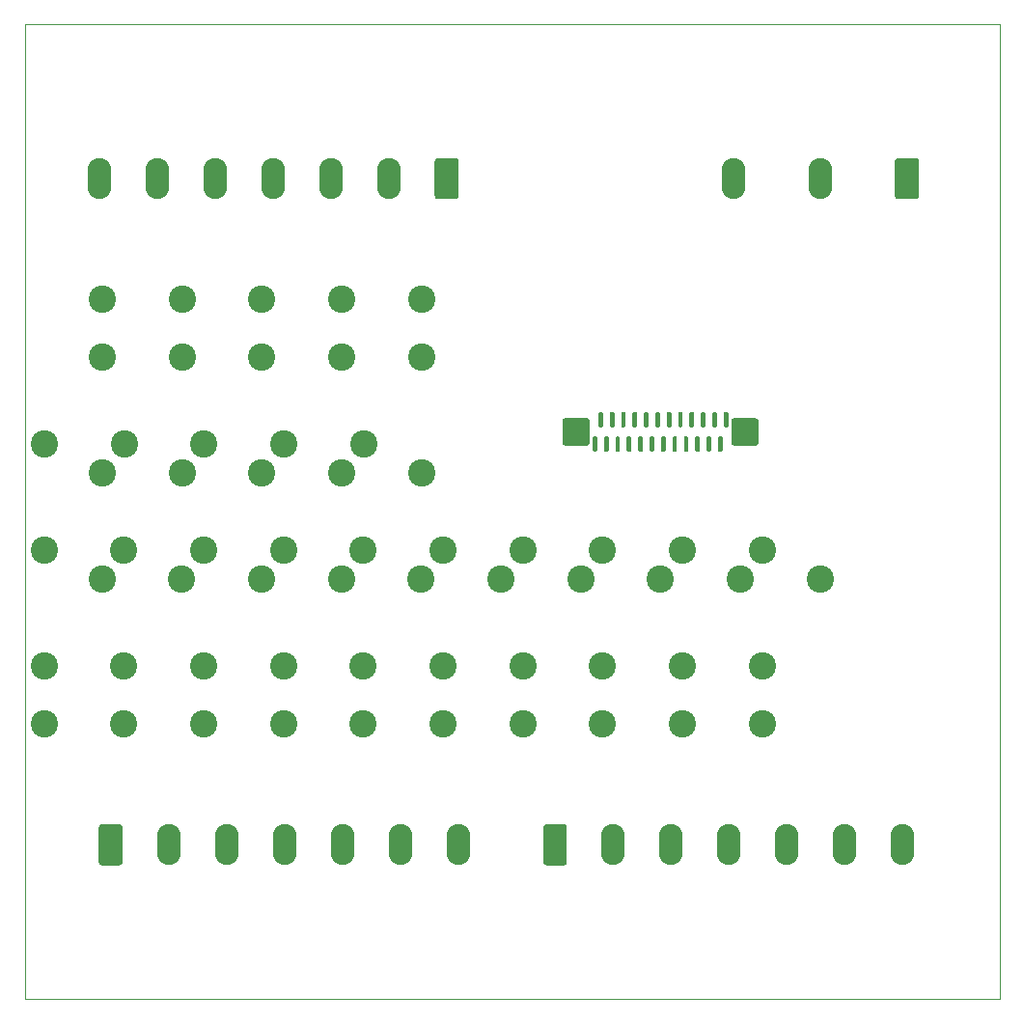
<source format=gbr>
G04 #@! TF.GenerationSoftware,KiCad,Pcbnew,6.0.10+dfsg-1~bpo11+1*
G04 #@! TF.ProjectId,project,70726f6a-6563-4742-9e6b-696361645f70,rev?*
G04 #@! TF.SameCoordinates,Original*
G04 #@! TF.FileFunction,Soldermask,Top*
G04 #@! TF.FilePolarity,Negative*
%FSLAX46Y46*%
G04 Gerber Fmt 4.6, Leading zero omitted, Abs format (unit mm)*
%MOMM*%
%LPD*%
G01*
G04 APERTURE LIST*
G04 #@! TA.AperFunction,Profile*
%ADD10C,0.100000*%
G04 #@! TD*
%ADD11C,2.400000*%
%ADD12O,2.080000X3.600000*%
%ADD13O,2.100000X3.600000*%
G04 APERTURE END LIST*
D10*
X211012500Y-48287500D02*
X211012500Y-133787500D01*
X211012500Y-133787500D02*
X125512500Y-133787500D01*
X125512500Y-48287500D02*
X211012500Y-48287500D01*
X125512500Y-133787500D02*
X125512500Y-48287500D01*
D11*
X132302500Y-87667500D03*
X132302500Y-77507500D03*
X132302500Y-72427500D03*
X127222500Y-85127500D03*
X148182500Y-94412500D03*
X148182500Y-104572500D03*
X148182500Y-109652500D03*
X153262500Y-96952500D03*
G36*
G01*
X131982500Y-121810001D02*
X131982500Y-118709999D01*
G75*
G02*
X132232499Y-118460000I249999J0D01*
G01*
X133812501Y-118460000D01*
G75*
G02*
X134062500Y-118709999I0J-249999D01*
G01*
X134062500Y-121810001D01*
G75*
G02*
X133812501Y-122060000I-249999J0D01*
G01*
X132232499Y-122060000D01*
G75*
G02*
X131982500Y-121810001I0J249999D01*
G01*
G37*
D12*
X138102500Y-120260000D03*
X143182500Y-120260000D03*
X148262500Y-120260000D03*
X153342500Y-120260000D03*
X158422500Y-120260000D03*
X163502500Y-120260000D03*
G36*
G01*
X203932500Y-60265001D02*
X203932500Y-63364999D01*
G75*
G02*
X203682499Y-63615000I-250001J0D01*
G01*
X202082501Y-63615000D01*
G75*
G02*
X201832500Y-63364999I0J250001D01*
G01*
X201832500Y-60265001D01*
G75*
G02*
X202082501Y-60015000I250001J0D01*
G01*
X203682499Y-60015000D01*
G75*
G02*
X203932500Y-60265001I0J-250001D01*
G01*
G37*
D13*
X195262500Y-61815000D03*
X187642500Y-61815000D03*
D11*
X141182500Y-94412500D03*
X141182500Y-104572500D03*
X141182500Y-109652500D03*
X146262500Y-96952500D03*
X176182500Y-94412500D03*
X176182500Y-104572500D03*
X176182500Y-109652500D03*
X181262500Y-96952500D03*
X153302500Y-87667500D03*
X153302500Y-77507500D03*
X153302500Y-72427500D03*
X148222500Y-85127500D03*
X127182500Y-94412500D03*
X127182500Y-104572500D03*
X127182500Y-109652500D03*
X132262500Y-96952500D03*
X155182500Y-94412500D03*
X155182500Y-104572500D03*
X155182500Y-109652500D03*
X160262500Y-96952500D03*
G36*
G01*
X163542500Y-60264999D02*
X163542500Y-63365001D01*
G75*
G02*
X163292501Y-63615000I-249999J0D01*
G01*
X161712499Y-63615000D01*
G75*
G02*
X161462500Y-63365001I0J249999D01*
G01*
X161462500Y-60264999D01*
G75*
G02*
X161712499Y-60015000I249999J0D01*
G01*
X163292501Y-60015000D01*
G75*
G02*
X163542500Y-60264999I0J-249999D01*
G01*
G37*
D12*
X157422500Y-61815000D03*
X152342500Y-61815000D03*
X147262500Y-61815000D03*
X142182500Y-61815000D03*
X137102500Y-61815000D03*
X132022500Y-61815000D03*
D11*
X169182500Y-94412500D03*
X169182500Y-104572500D03*
X169182500Y-109652500D03*
X174262500Y-96952500D03*
G36*
G01*
X175712500Y-84537500D02*
X175712500Y-85687500D01*
G75*
G02*
X175612500Y-85787500I-100000J0D01*
G01*
X175412500Y-85787500D01*
G75*
G02*
X175312500Y-85687500I0J100000D01*
G01*
X175312500Y-84537500D01*
G75*
G02*
X175412500Y-84437500I100000J0D01*
G01*
X175612500Y-84437500D01*
G75*
G02*
X175712500Y-84537500I0J-100000D01*
G01*
G37*
G36*
G01*
X176212500Y-82387500D02*
X176212500Y-83537500D01*
G75*
G02*
X176112500Y-83637500I-100000J0D01*
G01*
X175912500Y-83637500D01*
G75*
G02*
X175812500Y-83537500I0J100000D01*
G01*
X175812500Y-82387500D01*
G75*
G02*
X175912500Y-82287500I100000J0D01*
G01*
X176112500Y-82287500D01*
G75*
G02*
X176212500Y-82387500I0J-100000D01*
G01*
G37*
G36*
G01*
X176712500Y-84537500D02*
X176712500Y-85687500D01*
G75*
G02*
X176612500Y-85787500I-100000J0D01*
G01*
X176412500Y-85787500D01*
G75*
G02*
X176312500Y-85687500I0J100000D01*
G01*
X176312500Y-84537500D01*
G75*
G02*
X176412500Y-84437500I100000J0D01*
G01*
X176612500Y-84437500D01*
G75*
G02*
X176712500Y-84537500I0J-100000D01*
G01*
G37*
G36*
G01*
X177212500Y-82387500D02*
X177212500Y-83537500D01*
G75*
G02*
X177112500Y-83637500I-100000J0D01*
G01*
X176912500Y-83637500D01*
G75*
G02*
X176812500Y-83537500I0J100000D01*
G01*
X176812500Y-82387500D01*
G75*
G02*
X176912500Y-82287500I100000J0D01*
G01*
X177112500Y-82287500D01*
G75*
G02*
X177212500Y-82387500I0J-100000D01*
G01*
G37*
G36*
G01*
X177712500Y-84537500D02*
X177712500Y-85687500D01*
G75*
G02*
X177612500Y-85787500I-100000J0D01*
G01*
X177412500Y-85787500D01*
G75*
G02*
X177312500Y-85687500I0J100000D01*
G01*
X177312500Y-84537500D01*
G75*
G02*
X177412500Y-84437500I100000J0D01*
G01*
X177612500Y-84437500D01*
G75*
G02*
X177712500Y-84537500I0J-100000D01*
G01*
G37*
G36*
G01*
X178212500Y-82387500D02*
X178212500Y-83537500D01*
G75*
G02*
X178112500Y-83637500I-100000J0D01*
G01*
X177912500Y-83637500D01*
G75*
G02*
X177812500Y-83537500I0J100000D01*
G01*
X177812500Y-82387500D01*
G75*
G02*
X177912500Y-82287500I100000J0D01*
G01*
X178112500Y-82287500D01*
G75*
G02*
X178212500Y-82387500I0J-100000D01*
G01*
G37*
G36*
G01*
X178712500Y-84537500D02*
X178712500Y-85687500D01*
G75*
G02*
X178612500Y-85787500I-100000J0D01*
G01*
X178412500Y-85787500D01*
G75*
G02*
X178312500Y-85687500I0J100000D01*
G01*
X178312500Y-84537500D01*
G75*
G02*
X178412500Y-84437500I100000J0D01*
G01*
X178612500Y-84437500D01*
G75*
G02*
X178712500Y-84537500I0J-100000D01*
G01*
G37*
G36*
G01*
X179212500Y-82387500D02*
X179212500Y-83537500D01*
G75*
G02*
X179112500Y-83637500I-100000J0D01*
G01*
X178912500Y-83637500D01*
G75*
G02*
X178812500Y-83537500I0J100000D01*
G01*
X178812500Y-82387500D01*
G75*
G02*
X178912500Y-82287500I100000J0D01*
G01*
X179112500Y-82287500D01*
G75*
G02*
X179212500Y-82387500I0J-100000D01*
G01*
G37*
G36*
G01*
X179712500Y-84537500D02*
X179712500Y-85687500D01*
G75*
G02*
X179612500Y-85787500I-100000J0D01*
G01*
X179412500Y-85787500D01*
G75*
G02*
X179312500Y-85687500I0J100000D01*
G01*
X179312500Y-84537500D01*
G75*
G02*
X179412500Y-84437500I100000J0D01*
G01*
X179612500Y-84437500D01*
G75*
G02*
X179712500Y-84537500I0J-100000D01*
G01*
G37*
G36*
G01*
X180212500Y-82387500D02*
X180212500Y-83537500D01*
G75*
G02*
X180112500Y-83637500I-100000J0D01*
G01*
X179912500Y-83637500D01*
G75*
G02*
X179812500Y-83537500I0J100000D01*
G01*
X179812500Y-82387500D01*
G75*
G02*
X179912500Y-82287500I100000J0D01*
G01*
X180112500Y-82287500D01*
G75*
G02*
X180212500Y-82387500I0J-100000D01*
G01*
G37*
G36*
G01*
X180712500Y-84537500D02*
X180712500Y-85687500D01*
G75*
G02*
X180612500Y-85787500I-100000J0D01*
G01*
X180412500Y-85787500D01*
G75*
G02*
X180312500Y-85687500I0J100000D01*
G01*
X180312500Y-84537500D01*
G75*
G02*
X180412500Y-84437500I100000J0D01*
G01*
X180612500Y-84437500D01*
G75*
G02*
X180712500Y-84537500I0J-100000D01*
G01*
G37*
G36*
G01*
X181212500Y-82387500D02*
X181212500Y-83537500D01*
G75*
G02*
X181112500Y-83637500I-100000J0D01*
G01*
X180912500Y-83637500D01*
G75*
G02*
X180812500Y-83537500I0J100000D01*
G01*
X180812500Y-82387500D01*
G75*
G02*
X180912500Y-82287500I100000J0D01*
G01*
X181112500Y-82287500D01*
G75*
G02*
X181212500Y-82387500I0J-100000D01*
G01*
G37*
G36*
G01*
X181712500Y-84537500D02*
X181712500Y-85687500D01*
G75*
G02*
X181612500Y-85787500I-100000J0D01*
G01*
X181412500Y-85787500D01*
G75*
G02*
X181312500Y-85687500I0J100000D01*
G01*
X181312500Y-84537500D01*
G75*
G02*
X181412500Y-84437500I100000J0D01*
G01*
X181612500Y-84437500D01*
G75*
G02*
X181712500Y-84537500I0J-100000D01*
G01*
G37*
G36*
G01*
X182212500Y-82387500D02*
X182212500Y-83537500D01*
G75*
G02*
X182112500Y-83637500I-100000J0D01*
G01*
X181912500Y-83637500D01*
G75*
G02*
X181812500Y-83537500I0J100000D01*
G01*
X181812500Y-82387500D01*
G75*
G02*
X181912500Y-82287500I100000J0D01*
G01*
X182112500Y-82287500D01*
G75*
G02*
X182212500Y-82387500I0J-100000D01*
G01*
G37*
G36*
G01*
X182712500Y-84537500D02*
X182712500Y-85687500D01*
G75*
G02*
X182612500Y-85787500I-100000J0D01*
G01*
X182412500Y-85787500D01*
G75*
G02*
X182312500Y-85687500I0J100000D01*
G01*
X182312500Y-84537500D01*
G75*
G02*
X182412500Y-84437500I100000J0D01*
G01*
X182612500Y-84437500D01*
G75*
G02*
X182712500Y-84537500I0J-100000D01*
G01*
G37*
G36*
G01*
X183212500Y-82387500D02*
X183212500Y-83537500D01*
G75*
G02*
X183112500Y-83637500I-100000J0D01*
G01*
X182912500Y-83637500D01*
G75*
G02*
X182812500Y-83537500I0J100000D01*
G01*
X182812500Y-82387500D01*
G75*
G02*
X182912500Y-82287500I100000J0D01*
G01*
X183112500Y-82287500D01*
G75*
G02*
X183212500Y-82387500I0J-100000D01*
G01*
G37*
G36*
G01*
X183712500Y-84537500D02*
X183712500Y-85687500D01*
G75*
G02*
X183612500Y-85787500I-100000J0D01*
G01*
X183412500Y-85787500D01*
G75*
G02*
X183312500Y-85687500I0J100000D01*
G01*
X183312500Y-84537500D01*
G75*
G02*
X183412500Y-84437500I100000J0D01*
G01*
X183612500Y-84437500D01*
G75*
G02*
X183712500Y-84537500I0J-100000D01*
G01*
G37*
G36*
G01*
X184212500Y-82387500D02*
X184212500Y-83537500D01*
G75*
G02*
X184112500Y-83637500I-100000J0D01*
G01*
X183912500Y-83637500D01*
G75*
G02*
X183812500Y-83537500I0J100000D01*
G01*
X183812500Y-82387500D01*
G75*
G02*
X183912500Y-82287500I100000J0D01*
G01*
X184112500Y-82287500D01*
G75*
G02*
X184212500Y-82387500I0J-100000D01*
G01*
G37*
G36*
G01*
X184712500Y-84537500D02*
X184712500Y-85687500D01*
G75*
G02*
X184612500Y-85787500I-100000J0D01*
G01*
X184412500Y-85787500D01*
G75*
G02*
X184312500Y-85687500I0J100000D01*
G01*
X184312500Y-84537500D01*
G75*
G02*
X184412500Y-84437500I100000J0D01*
G01*
X184612500Y-84437500D01*
G75*
G02*
X184712500Y-84537500I0J-100000D01*
G01*
G37*
G36*
G01*
X185212500Y-82387500D02*
X185212500Y-83537500D01*
G75*
G02*
X185112500Y-83637500I-100000J0D01*
G01*
X184912500Y-83637500D01*
G75*
G02*
X184812500Y-83537500I0J100000D01*
G01*
X184812500Y-82387500D01*
G75*
G02*
X184912500Y-82287500I100000J0D01*
G01*
X185112500Y-82287500D01*
G75*
G02*
X185212500Y-82387500I0J-100000D01*
G01*
G37*
G36*
G01*
X185712500Y-84537500D02*
X185712500Y-85687500D01*
G75*
G02*
X185612500Y-85787500I-100000J0D01*
G01*
X185412500Y-85787500D01*
G75*
G02*
X185312500Y-85687500I0J100000D01*
G01*
X185312500Y-84537500D01*
G75*
G02*
X185412500Y-84437500I100000J0D01*
G01*
X185612500Y-84437500D01*
G75*
G02*
X185712500Y-84537500I0J-100000D01*
G01*
G37*
G36*
G01*
X186212500Y-82387500D02*
X186212500Y-83537500D01*
G75*
G02*
X186112500Y-83637500I-100000J0D01*
G01*
X185912500Y-83637500D01*
G75*
G02*
X185812500Y-83537500I0J100000D01*
G01*
X185812500Y-82387500D01*
G75*
G02*
X185912500Y-82287500I100000J0D01*
G01*
X186112500Y-82287500D01*
G75*
G02*
X186212500Y-82387500I0J-100000D01*
G01*
G37*
G36*
G01*
X186712500Y-84537500D02*
X186712500Y-85687500D01*
G75*
G02*
X186612500Y-85787500I-100000J0D01*
G01*
X186412500Y-85787500D01*
G75*
G02*
X186312500Y-85687500I0J100000D01*
G01*
X186312500Y-84537500D01*
G75*
G02*
X186412500Y-84437500I100000J0D01*
G01*
X186612500Y-84437500D01*
G75*
G02*
X186712500Y-84537500I0J-100000D01*
G01*
G37*
G36*
G01*
X187212500Y-82387500D02*
X187212500Y-83537500D01*
G75*
G02*
X187112500Y-83637500I-100000J0D01*
G01*
X186912500Y-83637500D01*
G75*
G02*
X186812500Y-83537500I0J100000D01*
G01*
X186812500Y-82387500D01*
G75*
G02*
X186912500Y-82287500I100000J0D01*
G01*
X187112500Y-82287500D01*
G75*
G02*
X187212500Y-82387500I0J-100000D01*
G01*
G37*
G36*
G01*
X189862500Y-83077500D02*
X189862500Y-84997500D01*
G75*
G02*
X189622500Y-85237500I-240000J0D01*
G01*
X187702500Y-85237500D01*
G75*
G02*
X187462500Y-84997500I0J240000D01*
G01*
X187462500Y-83077500D01*
G75*
G02*
X187702500Y-82837500I240000J0D01*
G01*
X189622500Y-82837500D01*
G75*
G02*
X189862500Y-83077500I0J-240000D01*
G01*
G37*
G36*
G01*
X175062500Y-83077500D02*
X175062500Y-84997500D01*
G75*
G02*
X174822500Y-85237500I-240000J0D01*
G01*
X172902500Y-85237500D01*
G75*
G02*
X172662500Y-84997500I0J240000D01*
G01*
X172662500Y-83077500D01*
G75*
G02*
X172902500Y-82837500I240000J0D01*
G01*
X174822500Y-82837500D01*
G75*
G02*
X175062500Y-83077500I0J-240000D01*
G01*
G37*
X146302500Y-87667500D03*
X146302500Y-77507500D03*
X146302500Y-72427500D03*
X141222500Y-85127500D03*
G36*
G01*
X170982500Y-121810001D02*
X170982500Y-118709999D01*
G75*
G02*
X171232499Y-118460000I249999J0D01*
G01*
X172812501Y-118460000D01*
G75*
G02*
X173062500Y-118709999I0J-249999D01*
G01*
X173062500Y-121810001D01*
G75*
G02*
X172812501Y-122060000I-249999J0D01*
G01*
X171232499Y-122060000D01*
G75*
G02*
X170982500Y-121810001I0J249999D01*
G01*
G37*
D12*
X177102500Y-120260000D03*
X182182500Y-120260000D03*
X187262500Y-120260000D03*
X192342500Y-120260000D03*
X197422500Y-120260000D03*
X202502500Y-120260000D03*
D11*
X162182500Y-94412500D03*
X162182500Y-104572500D03*
X162182500Y-109652500D03*
X167262500Y-96952500D03*
X183182500Y-94412500D03*
X183182500Y-104572500D03*
X183182500Y-109652500D03*
X188262500Y-96952500D03*
X190182500Y-94412500D03*
X190182500Y-104572500D03*
X190182500Y-109652500D03*
X195262500Y-96952500D03*
X160302500Y-87667500D03*
X160302500Y-77507500D03*
X160302500Y-72427500D03*
X155222500Y-85127500D03*
X139302500Y-87667500D03*
X139302500Y-77507500D03*
X139302500Y-72427500D03*
X134222500Y-85127500D03*
X134182500Y-94412500D03*
X134182500Y-104572500D03*
X134182500Y-109652500D03*
X139262500Y-96952500D03*
M02*

</source>
